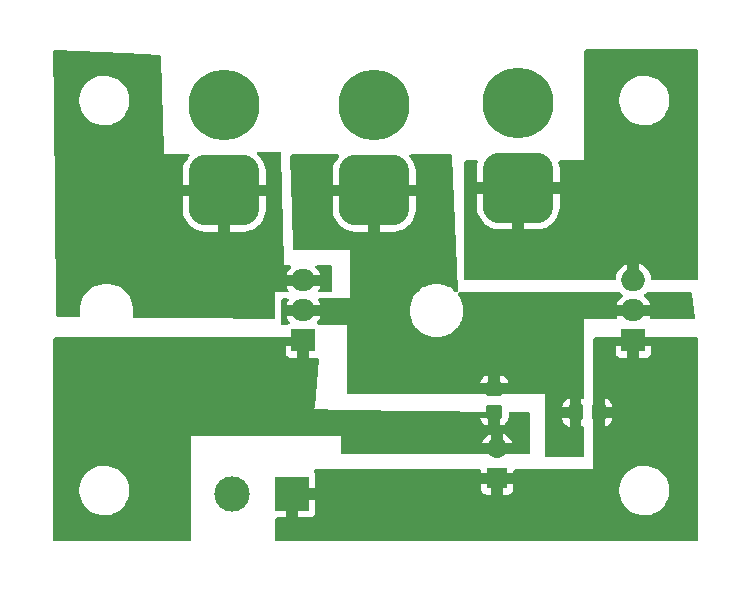
<source format=gtl>
G04 #@! TF.GenerationSoftware,KiCad,Pcbnew,6.0.9-8da3e8f707~116~ubuntu22.04.1*
G04 #@! TF.CreationDate,2022-12-04T14:58:13+01:00*
G04 #@! TF.ProjectId,24V_board,3234565f-626f-4617-9264-2e6b69636164,rev?*
G04 #@! TF.SameCoordinates,Original*
G04 #@! TF.FileFunction,Copper,L1,Top*
G04 #@! TF.FilePolarity,Positive*
%FSLAX46Y46*%
G04 Gerber Fmt 4.6, Leading zero omitted, Abs format (unit mm)*
G04 Created by KiCad (PCBNEW 6.0.9-8da3e8f707~116~ubuntu22.04.1) date 2022-12-04 14:58:13*
%MOMM*%
%LPD*%
G01*
G04 APERTURE LIST*
G04 Aperture macros list*
%AMRoundRect*
0 Rectangle with rounded corners*
0 $1 Rounding radius*
0 $2 $3 $4 $5 $6 $7 $8 $9 X,Y pos of 4 corners*
0 Add a 4 corners polygon primitive as box body*
4,1,4,$2,$3,$4,$5,$6,$7,$8,$9,$2,$3,0*
0 Add four circle primitives for the rounded corners*
1,1,$1+$1,$2,$3*
1,1,$1+$1,$4,$5*
1,1,$1+$1,$6,$7*
1,1,$1+$1,$8,$9*
0 Add four rect primitives between the rounded corners*
20,1,$1+$1,$2,$3,$4,$5,0*
20,1,$1+$1,$4,$5,$6,$7,0*
20,1,$1+$1,$6,$7,$8,$9,0*
20,1,$1+$1,$8,$9,$2,$3,0*%
G04 Aperture macros list end*
G04 #@! TA.AperFunction,ComponentPad*
%ADD10R,2.000000X1.905000*%
G04 #@! TD*
G04 #@! TA.AperFunction,ComponentPad*
%ADD11O,2.000000X1.905000*%
G04 #@! TD*
G04 #@! TA.AperFunction,ComponentPad*
%ADD12RoundRect,1.500000X1.500000X-1.500000X1.500000X1.500000X-1.500000X1.500000X-1.500000X-1.500000X0*%
G04 #@! TD*
G04 #@! TA.AperFunction,ComponentPad*
%ADD13C,6.000000*%
G04 #@! TD*
G04 #@! TA.AperFunction,SMDPad,CuDef*
%ADD14RoundRect,0.250000X0.450000X-0.350000X0.450000X0.350000X-0.450000X0.350000X-0.450000X-0.350000X0*%
G04 #@! TD*
G04 #@! TA.AperFunction,ComponentPad*
%ADD15R,3.000000X3.000000*%
G04 #@! TD*
G04 #@! TA.AperFunction,ComponentPad*
%ADD16C,3.000000*%
G04 #@! TD*
G04 #@! TA.AperFunction,ComponentPad*
%ADD17R,1.700000X1.700000*%
G04 #@! TD*
G04 #@! TA.AperFunction,ComponentPad*
%ADD18O,1.700000X1.700000*%
G04 #@! TD*
G04 #@! TA.AperFunction,SMDPad,CuDef*
%ADD19RoundRect,0.250000X-0.350000X-0.450000X0.350000X-0.450000X0.350000X0.450000X-0.350000X0.450000X0*%
G04 #@! TD*
G04 APERTURE END LIST*
D10*
X184490000Y-50800000D03*
D11*
X184490000Y-48260000D03*
X184490000Y-45720000D03*
D12*
X174752000Y-37890000D03*
D13*
X174752000Y-30690000D03*
D12*
X162560000Y-38100000D03*
D13*
X162560000Y-30900000D03*
D14*
X172720000Y-56880000D03*
X172720000Y-54880000D03*
D10*
X156550000Y-50800000D03*
D11*
X156550000Y-48260000D03*
X156550000Y-45720000D03*
D15*
X155566324Y-63775251D03*
D16*
X150486324Y-63775251D03*
D17*
X172974000Y-62484000D03*
D18*
X172974000Y-59944000D03*
D19*
X179594000Y-56896000D03*
X181594000Y-56896000D03*
D12*
X149860000Y-38100000D03*
D13*
X149860000Y-30900000D03*
G04 #@! TA.AperFunction,Conductor*
G36*
X141445864Y-26498881D02*
G01*
X144410549Y-26663586D01*
X144477456Y-26687336D01*
X144520901Y-26743488D01*
X144529502Y-26785576D01*
X144774543Y-34871924D01*
X144780000Y-35052000D01*
X144793391Y-35051657D01*
X144793393Y-35051657D01*
X146810616Y-34999933D01*
X146879227Y-35018183D01*
X146927080Y-35070629D01*
X146938982Y-35140621D01*
X146908939Y-35208556D01*
X146755314Y-35385281D01*
X146750024Y-35392300D01*
X146601876Y-35620428D01*
X146597613Y-35628118D01*
X146482655Y-35874647D01*
X146479504Y-35882857D01*
X146399978Y-36142977D01*
X146397999Y-36151547D01*
X146355315Y-36421044D01*
X146354601Y-36428128D01*
X146352060Y-36486331D01*
X146352000Y-36489083D01*
X146352000Y-37581885D01*
X146356475Y-37597124D01*
X146357865Y-37598329D01*
X146365548Y-37600000D01*
X153349884Y-37600000D01*
X153365123Y-37595525D01*
X153366328Y-37594135D01*
X153367999Y-37586452D01*
X153367999Y-36489086D01*
X153367939Y-36486328D01*
X153365399Y-36428145D01*
X153364683Y-36421028D01*
X153322001Y-36151547D01*
X153320022Y-36142977D01*
X153240496Y-35882857D01*
X153237345Y-35874647D01*
X153122387Y-35628118D01*
X153118124Y-35620428D01*
X152969976Y-35392300D01*
X152964686Y-35385281D01*
X152786217Y-35179976D01*
X152780024Y-35173783D01*
X152659460Y-35068978D01*
X152621172Y-35009191D01*
X152621284Y-34938195D01*
X152659763Y-34878530D01*
X152724390Y-34849139D01*
X152738894Y-34847926D01*
X154560126Y-34801228D01*
X154628737Y-34819478D01*
X154676590Y-34871924D01*
X154689312Y-34923872D01*
X154939523Y-44431888D01*
X154940000Y-44450000D01*
X155402314Y-44450000D01*
X155470435Y-44470002D01*
X155516928Y-44523658D01*
X155527032Y-44593932D01*
X155497538Y-44658512D01*
X155487113Y-44669194D01*
X155434519Y-44717050D01*
X155427494Y-44724583D01*
X155285055Y-44904944D01*
X155279350Y-44913531D01*
X155168284Y-45114725D01*
X155164056Y-45124134D01*
X155136155Y-45202924D01*
X155135383Y-45217004D01*
X155141095Y-45220000D01*
X157952575Y-45220000D01*
X157966106Y-45216027D01*
X157967110Y-45209045D01*
X157950102Y-45157012D01*
X157946105Y-45147503D01*
X157839989Y-44943656D01*
X157834495Y-44934931D01*
X157696507Y-44751148D01*
X157689664Y-44743441D01*
X157609771Y-44667094D01*
X157574341Y-44605570D01*
X157577798Y-44534658D01*
X157619044Y-44476871D01*
X157684984Y-44450557D01*
X157696822Y-44450000D01*
X158878000Y-44450000D01*
X158946121Y-44470002D01*
X158992614Y-44523658D01*
X159004000Y-44576000D01*
X159004000Y-46610000D01*
X158983998Y-46678121D01*
X158930342Y-46724614D01*
X158878000Y-46736000D01*
X157916313Y-46736000D01*
X157848192Y-46715998D01*
X157801699Y-46662342D01*
X157791595Y-46592068D01*
X157813758Y-46540477D01*
X157812083Y-46539364D01*
X157820650Y-46526469D01*
X157931716Y-46325275D01*
X157935944Y-46315866D01*
X157963845Y-46237076D01*
X157964617Y-46222996D01*
X157958905Y-46220000D01*
X155147425Y-46220000D01*
X155133894Y-46223973D01*
X155132890Y-46230955D01*
X155149898Y-46282988D01*
X155153895Y-46292497D01*
X155260011Y-46496344D01*
X155265505Y-46505069D01*
X155287488Y-46534347D01*
X155312394Y-46600832D01*
X155297402Y-46670227D01*
X155247271Y-46720501D01*
X155186728Y-46736000D01*
X154178000Y-46736000D01*
X154178000Y-48894262D01*
X154157998Y-48962383D01*
X154104342Y-49008876D01*
X154050274Y-49020250D01*
X147128483Y-48925431D01*
X142225546Y-48858268D01*
X142157707Y-48837335D01*
X142111953Y-48783047D01*
X142103694Y-48707698D01*
X142133180Y-48559465D01*
X142133181Y-48559459D01*
X142133983Y-48555426D01*
X142146644Y-48362263D01*
X142153076Y-48264119D01*
X142153346Y-48260000D01*
X142151992Y-48239340D01*
X142134253Y-47968686D01*
X142134252Y-47968679D01*
X142133983Y-47964574D01*
X142076224Y-47674203D01*
X142071081Y-47659050D01*
X141982385Y-47397761D01*
X141982384Y-47397760D01*
X141981059Y-47393855D01*
X141850115Y-47128327D01*
X141685633Y-46882162D01*
X141682919Y-46879068D01*
X141682915Y-46879062D01*
X141493136Y-46662662D01*
X141490427Y-46659573D01*
X141354625Y-46540477D01*
X141270938Y-46467085D01*
X141270932Y-46467081D01*
X141267838Y-46464367D01*
X141264412Y-46462078D01*
X141264407Y-46462074D01*
X141025106Y-46302179D01*
X141021673Y-46299885D01*
X141017974Y-46298061D01*
X141017969Y-46298058D01*
X140859682Y-46220000D01*
X140756145Y-46168941D01*
X140752239Y-46167615D01*
X140479710Y-46075104D01*
X140479706Y-46075103D01*
X140475797Y-46073776D01*
X140471753Y-46072972D01*
X140471747Y-46072970D01*
X140189465Y-46016820D01*
X140189459Y-46016819D01*
X140185426Y-46016017D01*
X140181321Y-46015748D01*
X140181314Y-46015747D01*
X139894119Y-45996924D01*
X139890000Y-45996654D01*
X139885881Y-45996924D01*
X139598686Y-46015747D01*
X139598679Y-46015748D01*
X139594574Y-46016017D01*
X139590541Y-46016819D01*
X139590535Y-46016820D01*
X139308253Y-46072970D01*
X139308247Y-46072972D01*
X139304203Y-46073776D01*
X139300294Y-46075103D01*
X139300290Y-46075104D01*
X139027761Y-46167615D01*
X139023855Y-46168941D01*
X138920318Y-46220000D01*
X138762031Y-46298058D01*
X138762026Y-46298061D01*
X138758327Y-46299885D01*
X138754894Y-46302179D01*
X138515593Y-46462074D01*
X138515588Y-46462078D01*
X138512162Y-46464367D01*
X138509068Y-46467081D01*
X138509062Y-46467085D01*
X138425375Y-46540477D01*
X138289573Y-46659573D01*
X138286864Y-46662662D01*
X138097085Y-46879062D01*
X138097081Y-46879068D01*
X138094367Y-46882162D01*
X137929885Y-47128327D01*
X137798941Y-47393855D01*
X137797616Y-47397760D01*
X137797615Y-47397761D01*
X137708920Y-47659050D01*
X137703776Y-47674203D01*
X137646017Y-47964574D01*
X137645748Y-47968679D01*
X137645747Y-47968686D01*
X137628008Y-48239340D01*
X137626654Y-48260000D01*
X137626924Y-48264119D01*
X137633357Y-48362263D01*
X137646017Y-48555426D01*
X137646819Y-48559459D01*
X137646820Y-48559465D01*
X137663534Y-48643488D01*
X137657206Y-48714202D01*
X137613652Y-48770270D01*
X137546700Y-48793889D01*
X137538231Y-48794058D01*
X137251238Y-48790127D01*
X135758885Y-48769683D01*
X135691045Y-48748750D01*
X135645291Y-48694462D01*
X135634619Y-48645111D01*
X135626927Y-47960535D01*
X135534235Y-39710915D01*
X146352001Y-39710915D01*
X146352061Y-39713672D01*
X146354601Y-39771855D01*
X146355317Y-39778972D01*
X146397999Y-40048453D01*
X146399978Y-40057023D01*
X146479504Y-40317143D01*
X146482655Y-40325353D01*
X146597613Y-40571882D01*
X146601876Y-40579572D01*
X146750024Y-40807700D01*
X146755314Y-40814719D01*
X146933783Y-41020024D01*
X146939976Y-41026217D01*
X147145281Y-41204686D01*
X147152300Y-41209976D01*
X147380428Y-41358124D01*
X147388118Y-41362387D01*
X147634647Y-41477345D01*
X147642857Y-41480496D01*
X147902977Y-41560022D01*
X147911547Y-41562001D01*
X148181044Y-41604685D01*
X148188128Y-41605399D01*
X148246331Y-41607940D01*
X148249083Y-41608000D01*
X149341885Y-41608000D01*
X149357124Y-41603525D01*
X149358329Y-41602135D01*
X149360000Y-41594452D01*
X149360000Y-41589884D01*
X150360000Y-41589884D01*
X150364475Y-41605123D01*
X150365865Y-41606328D01*
X150373548Y-41607999D01*
X151470915Y-41607999D01*
X151473672Y-41607939D01*
X151531855Y-41605399D01*
X151538972Y-41604683D01*
X151808453Y-41562001D01*
X151817023Y-41560022D01*
X152077143Y-41480496D01*
X152085353Y-41477345D01*
X152331882Y-41362387D01*
X152339572Y-41358124D01*
X152567700Y-41209976D01*
X152574719Y-41204686D01*
X152780024Y-41026217D01*
X152786217Y-41020024D01*
X152964686Y-40814719D01*
X152969976Y-40807700D01*
X153118124Y-40579572D01*
X153122387Y-40571882D01*
X153237345Y-40325353D01*
X153240496Y-40317143D01*
X153320022Y-40057023D01*
X153322001Y-40048453D01*
X153364685Y-39778956D01*
X153365399Y-39771872D01*
X153367940Y-39713669D01*
X153368000Y-39710917D01*
X153368000Y-38618115D01*
X153363525Y-38602876D01*
X153362135Y-38601671D01*
X153354452Y-38600000D01*
X150378115Y-38600000D01*
X150362876Y-38604475D01*
X150361671Y-38605865D01*
X150360000Y-38613548D01*
X150360000Y-41589884D01*
X149360000Y-41589884D01*
X149360000Y-38618115D01*
X149355525Y-38602876D01*
X149354135Y-38601671D01*
X149346452Y-38600000D01*
X146370116Y-38600000D01*
X146354877Y-38604475D01*
X146353672Y-38605865D01*
X146352001Y-38613548D01*
X146352001Y-39710915D01*
X135534235Y-39710915D01*
X135432008Y-30612703D01*
X137590743Y-30612703D01*
X137628268Y-30897734D01*
X137704129Y-31175036D01*
X137816923Y-31439476D01*
X137964561Y-31686161D01*
X138144313Y-31910528D01*
X138352851Y-32108423D01*
X138586317Y-32276186D01*
X138590112Y-32278195D01*
X138590113Y-32278196D01*
X138611869Y-32289715D01*
X138840392Y-32410712D01*
X139110373Y-32509511D01*
X139391264Y-32570755D01*
X139419841Y-32573004D01*
X139614282Y-32588307D01*
X139614291Y-32588307D01*
X139616739Y-32588500D01*
X139772271Y-32588500D01*
X139774407Y-32588354D01*
X139774418Y-32588354D01*
X139982548Y-32574165D01*
X139982554Y-32574164D01*
X139986825Y-32573873D01*
X139991020Y-32573004D01*
X139991022Y-32573004D01*
X140127583Y-32544724D01*
X140268342Y-32515574D01*
X140539343Y-32419607D01*
X140794812Y-32287750D01*
X140798313Y-32285289D01*
X140798317Y-32285287D01*
X140912418Y-32205095D01*
X141030023Y-32122441D01*
X141240622Y-31926740D01*
X141422713Y-31704268D01*
X141572927Y-31459142D01*
X141688483Y-31195898D01*
X141767244Y-30919406D01*
X141807751Y-30634784D01*
X141807845Y-30616951D01*
X141809235Y-30351583D01*
X141809235Y-30351576D01*
X141809257Y-30347297D01*
X141771732Y-30062266D01*
X141695871Y-29784964D01*
X141583077Y-29520524D01*
X141435439Y-29273839D01*
X141255687Y-29049472D01*
X141047149Y-28851577D01*
X140813683Y-28683814D01*
X140791843Y-28672250D01*
X140768654Y-28659972D01*
X140559608Y-28549288D01*
X140289627Y-28450489D01*
X140008736Y-28389245D01*
X139977685Y-28386801D01*
X139785718Y-28371693D01*
X139785709Y-28371693D01*
X139783261Y-28371500D01*
X139627729Y-28371500D01*
X139625593Y-28371646D01*
X139625582Y-28371646D01*
X139417452Y-28385835D01*
X139417446Y-28385836D01*
X139413175Y-28386127D01*
X139408980Y-28386996D01*
X139408978Y-28386996D01*
X139272416Y-28415277D01*
X139131658Y-28444426D01*
X138860657Y-28540393D01*
X138605188Y-28672250D01*
X138601687Y-28674711D01*
X138601683Y-28674713D01*
X138591594Y-28681804D01*
X138369977Y-28837559D01*
X138159378Y-29033260D01*
X137977287Y-29255732D01*
X137827073Y-29500858D01*
X137711517Y-29764102D01*
X137632756Y-30040594D01*
X137592249Y-30325216D01*
X137592227Y-30329505D01*
X137592226Y-30329512D01*
X137590765Y-30608417D01*
X137590743Y-30612703D01*
X135432008Y-30612703D01*
X135383513Y-26296693D01*
X135402748Y-26228352D01*
X135455878Y-26181260D01*
X135516494Y-26169472D01*
X141445864Y-26498881D01*
G37*
G04 #@! TD.AperFunction*
G04 #@! TA.AperFunction,Conductor*
G36*
X159536670Y-35072002D02*
G01*
X159583163Y-35125658D01*
X159593267Y-35195932D01*
X159563642Y-35260664D01*
X159455314Y-35385281D01*
X159450024Y-35392300D01*
X159301876Y-35620428D01*
X159297613Y-35628118D01*
X159182655Y-35874647D01*
X159179504Y-35882857D01*
X159099978Y-36142977D01*
X159097999Y-36151547D01*
X159055315Y-36421044D01*
X159054601Y-36428128D01*
X159052060Y-36486331D01*
X159052000Y-36489083D01*
X159052000Y-37581885D01*
X159056475Y-37597124D01*
X159057865Y-37598329D01*
X159065548Y-37600000D01*
X166049884Y-37600000D01*
X166065123Y-37595525D01*
X166066328Y-37594135D01*
X166067999Y-37586452D01*
X166067999Y-36489086D01*
X166067939Y-36486328D01*
X166065399Y-36428145D01*
X166064683Y-36421028D01*
X166022001Y-36151547D01*
X166020022Y-36142977D01*
X165940496Y-35882857D01*
X165937345Y-35874647D01*
X165822387Y-35628118D01*
X165818124Y-35620428D01*
X165669976Y-35392300D01*
X165664686Y-35385281D01*
X165556358Y-35260664D01*
X165526762Y-35196130D01*
X165536754Y-35125840D01*
X165583162Y-35072110D01*
X165651451Y-35052000D01*
X169043359Y-35052000D01*
X169111480Y-35072002D01*
X169157973Y-35125658D01*
X169169240Y-35172527D01*
X169665546Y-46587563D01*
X169648522Y-46656488D01*
X169596936Y-46705268D01*
X169527168Y-46718415D01*
X169461367Y-46691755D01*
X169444933Y-46676113D01*
X169433143Y-46662669D01*
X169433136Y-46662662D01*
X169430427Y-46659573D01*
X169249838Y-46501200D01*
X169210938Y-46467085D01*
X169210932Y-46467081D01*
X169207838Y-46464367D01*
X169204412Y-46462078D01*
X169204407Y-46462074D01*
X168965106Y-46302179D01*
X168961673Y-46299885D01*
X168957974Y-46298061D01*
X168957969Y-46298058D01*
X168821687Y-46230852D01*
X168696145Y-46168941D01*
X168692239Y-46167615D01*
X168419710Y-46075104D01*
X168419706Y-46075103D01*
X168415797Y-46073776D01*
X168411753Y-46072972D01*
X168411747Y-46072970D01*
X168129465Y-46016820D01*
X168129459Y-46016819D01*
X168125426Y-46016017D01*
X168121321Y-46015748D01*
X168121314Y-46015747D01*
X167834119Y-45996924D01*
X167830000Y-45996654D01*
X167825881Y-45996924D01*
X167538686Y-46015747D01*
X167538679Y-46015748D01*
X167534574Y-46016017D01*
X167530541Y-46016819D01*
X167530535Y-46016820D01*
X167248253Y-46072970D01*
X167248247Y-46072972D01*
X167244203Y-46073776D01*
X167240294Y-46075103D01*
X167240290Y-46075104D01*
X166967761Y-46167615D01*
X166963855Y-46168941D01*
X166838313Y-46230852D01*
X166702031Y-46298058D01*
X166702026Y-46298061D01*
X166698327Y-46299885D01*
X166694894Y-46302179D01*
X166455593Y-46462074D01*
X166455588Y-46462078D01*
X166452162Y-46464367D01*
X166449068Y-46467081D01*
X166449062Y-46467085D01*
X166410162Y-46501200D01*
X166229573Y-46659573D01*
X166226864Y-46662662D01*
X166037085Y-46879062D01*
X166037081Y-46879068D01*
X166034367Y-46882162D01*
X165869885Y-47128327D01*
X165868061Y-47132026D01*
X165868058Y-47132031D01*
X165812841Y-47244000D01*
X165738941Y-47393855D01*
X165643776Y-47674203D01*
X165642972Y-47678247D01*
X165642970Y-47678253D01*
X165626710Y-47760000D01*
X165586017Y-47964574D01*
X165566654Y-48260000D01*
X165586017Y-48555426D01*
X165586819Y-48559459D01*
X165586820Y-48559465D01*
X165630106Y-48777076D01*
X165643776Y-48845797D01*
X165645103Y-48849706D01*
X165645104Y-48849710D01*
X165708458Y-49036344D01*
X165738941Y-49126145D01*
X165740765Y-49129843D01*
X165865240Y-49382253D01*
X165869885Y-49391673D01*
X165872179Y-49395106D01*
X166009616Y-49600795D01*
X166034367Y-49637838D01*
X166037081Y-49640932D01*
X166037085Y-49640938D01*
X166121491Y-49737184D01*
X166229573Y-49860427D01*
X166232662Y-49863136D01*
X166449062Y-50052915D01*
X166449068Y-50052919D01*
X166452162Y-50055633D01*
X166455588Y-50057922D01*
X166455593Y-50057926D01*
X166639405Y-50180744D01*
X166698327Y-50220115D01*
X166702026Y-50221939D01*
X166702031Y-50221942D01*
X166838313Y-50289148D01*
X166963855Y-50351059D01*
X166967760Y-50352384D01*
X166967761Y-50352385D01*
X167240290Y-50444896D01*
X167240294Y-50444897D01*
X167244203Y-50446224D01*
X167248247Y-50447028D01*
X167248253Y-50447030D01*
X167530535Y-50503180D01*
X167530541Y-50503181D01*
X167534574Y-50503983D01*
X167538679Y-50504252D01*
X167538686Y-50504253D01*
X167825881Y-50523076D01*
X167830000Y-50523346D01*
X167834119Y-50523076D01*
X168121314Y-50504253D01*
X168121321Y-50504252D01*
X168125426Y-50503983D01*
X168129459Y-50503181D01*
X168129465Y-50503180D01*
X168411747Y-50447030D01*
X168411753Y-50447028D01*
X168415797Y-50446224D01*
X168419706Y-50444897D01*
X168419710Y-50444896D01*
X168692239Y-50352385D01*
X168692240Y-50352384D01*
X168696145Y-50351059D01*
X168821687Y-50289148D01*
X168957969Y-50221942D01*
X168957974Y-50221939D01*
X168961673Y-50220115D01*
X169020595Y-50180744D01*
X169204407Y-50057926D01*
X169204412Y-50057922D01*
X169207838Y-50055633D01*
X169210932Y-50052919D01*
X169210938Y-50052915D01*
X169427338Y-49863136D01*
X169430427Y-49860427D01*
X169538509Y-49737184D01*
X169622915Y-49640938D01*
X169622919Y-49640932D01*
X169625633Y-49637838D01*
X169650385Y-49600795D01*
X169787821Y-49395106D01*
X169790115Y-49391673D01*
X169794761Y-49382253D01*
X169919235Y-49129843D01*
X169921059Y-49126145D01*
X169951542Y-49036344D01*
X170014896Y-48849710D01*
X170014897Y-48849706D01*
X170016224Y-48845797D01*
X170029894Y-48777076D01*
X170073180Y-48559465D01*
X170073181Y-48559459D01*
X170073983Y-48555426D01*
X170093346Y-48260000D01*
X170073983Y-47964574D01*
X170033291Y-47760000D01*
X170017030Y-47678253D01*
X170017028Y-47678247D01*
X170016224Y-47674203D01*
X169921059Y-47393855D01*
X169847159Y-47244000D01*
X169791942Y-47132031D01*
X169791939Y-47132026D01*
X169790115Y-47128327D01*
X169658935Y-46932002D01*
X169637720Y-46864249D01*
X169656503Y-46795782D01*
X169709320Y-46748339D01*
X169763700Y-46736000D01*
X183340361Y-46736000D01*
X183408482Y-46756002D01*
X183427412Y-46770906D01*
X183519912Y-46859301D01*
X183557351Y-46884840D01*
X183602352Y-46939751D01*
X183610523Y-47010275D01*
X183579269Y-47074022D01*
X183554790Y-47094716D01*
X183552674Y-47096085D01*
X183544502Y-47102378D01*
X183374520Y-47257050D01*
X183367494Y-47264583D01*
X183225055Y-47444944D01*
X183219350Y-47453531D01*
X183108284Y-47654725D01*
X183104056Y-47664134D01*
X183076155Y-47742924D01*
X183075383Y-47757004D01*
X183081095Y-47760000D01*
X185892575Y-47760000D01*
X185906106Y-47756027D01*
X185907110Y-47749045D01*
X185890102Y-47697012D01*
X185886105Y-47687503D01*
X185779989Y-47483656D01*
X185774495Y-47474931D01*
X185636507Y-47291148D01*
X185629664Y-47283441D01*
X185463509Y-47124661D01*
X185455502Y-47118177D01*
X185422644Y-47095763D01*
X185377641Y-47040852D01*
X185369468Y-46970328D01*
X185400722Y-46906580D01*
X185425204Y-46885884D01*
X185427631Y-46884314D01*
X185427635Y-46884311D01*
X185431977Y-46881502D01*
X185450938Y-46864249D01*
X185555829Y-46768806D01*
X185619675Y-46737754D01*
X185640628Y-46736000D01*
X189371225Y-46736000D01*
X189439346Y-46756002D01*
X189485839Y-46809658D01*
X189496454Y-46848086D01*
X189722454Y-48882086D01*
X189710097Y-48951999D01*
X189661904Y-49004132D01*
X189597225Y-49022000D01*
X185995399Y-49022000D01*
X185927278Y-49001998D01*
X185880785Y-48948342D01*
X185870681Y-48878068D01*
X185876626Y-48853941D01*
X185903845Y-48777076D01*
X185904617Y-48762996D01*
X185898905Y-48760000D01*
X183087425Y-48760000D01*
X183073894Y-48763973D01*
X183072890Y-48770955D01*
X183089898Y-48822988D01*
X183093893Y-48832492D01*
X183096666Y-48837819D01*
X183110379Y-48907478D01*
X183084254Y-48973494D01*
X183026586Y-49014905D01*
X182984903Y-49022000D01*
X180340000Y-49022000D01*
X180340000Y-55604170D01*
X180319998Y-55672291D01*
X180266342Y-55718784D01*
X180196068Y-55728888D01*
X180174332Y-55723763D01*
X180106146Y-55701146D01*
X180097325Y-55702782D01*
X180094000Y-55715021D01*
X180094000Y-58075546D01*
X180098204Y-58089864D01*
X180105577Y-58091072D01*
X180106602Y-58090851D01*
X180174125Y-58068324D01*
X180245074Y-58065740D01*
X180306158Y-58101924D01*
X180337982Y-58165389D01*
X180340000Y-58187848D01*
X180340000Y-60580000D01*
X180319998Y-60648121D01*
X180266342Y-60694614D01*
X180214000Y-60706000D01*
X177164000Y-60706000D01*
X177095879Y-60685998D01*
X177049386Y-60632342D01*
X177038000Y-60580000D01*
X177038000Y-57405290D01*
X178486927Y-57405290D01*
X178496257Y-57495206D01*
X178499149Y-57508600D01*
X178550588Y-57662784D01*
X178556761Y-57675962D01*
X178642063Y-57813807D01*
X178651099Y-57825208D01*
X178765829Y-57939739D01*
X178777240Y-57948751D01*
X178915243Y-58033816D01*
X178928424Y-58039963D01*
X179081854Y-58090854D01*
X179090675Y-58089218D01*
X179094000Y-58076979D01*
X179094000Y-57414115D01*
X179089525Y-57398876D01*
X179088135Y-57397671D01*
X179080452Y-57396000D01*
X178504116Y-57396000D01*
X178488877Y-57400475D01*
X178487672Y-57401865D01*
X178486927Y-57405290D01*
X177038000Y-57405290D01*
X177038000Y-56382477D01*
X178487348Y-56382477D01*
X178490475Y-56393124D01*
X178491865Y-56394329D01*
X178499548Y-56396000D01*
X179075885Y-56396000D01*
X179091124Y-56391525D01*
X179092329Y-56390135D01*
X179094000Y-56382452D01*
X179094000Y-55716454D01*
X179089796Y-55702136D01*
X179082423Y-55700928D01*
X179081401Y-55701148D01*
X178927216Y-55752588D01*
X178914038Y-55758761D01*
X178776193Y-55844063D01*
X178764792Y-55853099D01*
X178650261Y-55967829D01*
X178641249Y-55979240D01*
X178556184Y-56117243D01*
X178550037Y-56130424D01*
X178498862Y-56284710D01*
X178495995Y-56298086D01*
X178487348Y-56382477D01*
X177038000Y-56382477D01*
X177038000Y-55372000D01*
X160400000Y-55372000D01*
X160331879Y-55351998D01*
X160285386Y-55298342D01*
X160274000Y-55246000D01*
X160274000Y-54367854D01*
X171525146Y-54367854D01*
X171526782Y-54376675D01*
X171539021Y-54380000D01*
X172201885Y-54380000D01*
X172217124Y-54375525D01*
X172218329Y-54374135D01*
X172220000Y-54366452D01*
X172220000Y-54361885D01*
X173220000Y-54361885D01*
X173224475Y-54377124D01*
X173225865Y-54378329D01*
X173233548Y-54380000D01*
X173899546Y-54380000D01*
X173913864Y-54375796D01*
X173915072Y-54368423D01*
X173914852Y-54367401D01*
X173863412Y-54213216D01*
X173857239Y-54200038D01*
X173771937Y-54062193D01*
X173762901Y-54050792D01*
X173648171Y-53936261D01*
X173636760Y-53927249D01*
X173498757Y-53842184D01*
X173485576Y-53836037D01*
X173331290Y-53784862D01*
X173317914Y-53781995D01*
X173233523Y-53773348D01*
X173222876Y-53776475D01*
X173221671Y-53777865D01*
X173220000Y-53785548D01*
X173220000Y-54361885D01*
X172220000Y-54361885D01*
X172220000Y-53790116D01*
X172215525Y-53774877D01*
X172214135Y-53773672D01*
X172210710Y-53772927D01*
X172120794Y-53782257D01*
X172107400Y-53785149D01*
X171953216Y-53836588D01*
X171940038Y-53842761D01*
X171802193Y-53928063D01*
X171790792Y-53937099D01*
X171676261Y-54051829D01*
X171667249Y-54063240D01*
X171582184Y-54201243D01*
X171576037Y-54214424D01*
X171525146Y-54367854D01*
X160274000Y-54367854D01*
X160274000Y-49530000D01*
X158009413Y-49530000D01*
X157941292Y-49509998D01*
X157920318Y-49493095D01*
X157918642Y-49491419D01*
X157913261Y-49484239D01*
X157796705Y-49396885D01*
X157776317Y-49389242D01*
X157719553Y-49346599D01*
X157694854Y-49280038D01*
X157710062Y-49210689D01*
X157721666Y-49193168D01*
X157814945Y-49075056D01*
X157820650Y-49066469D01*
X157931716Y-48865275D01*
X157935944Y-48855866D01*
X157963845Y-48777076D01*
X157964617Y-48762996D01*
X157958905Y-48760000D01*
X155147425Y-48760000D01*
X155133894Y-48763973D01*
X155132890Y-48770955D01*
X155149898Y-48822988D01*
X155153895Y-48832497D01*
X155260011Y-49036344D01*
X155265500Y-49045061D01*
X155378902Y-49196099D01*
X155403807Y-49262584D01*
X155388814Y-49331980D01*
X155338684Y-49382253D01*
X155322375Y-49389732D01*
X155303295Y-49396885D01*
X155186739Y-49484239D01*
X155181358Y-49491419D01*
X155179682Y-49493095D01*
X155117370Y-49527121D01*
X155090587Y-49530000D01*
X154812000Y-49530000D01*
X154743879Y-49509998D01*
X154697386Y-49456342D01*
X154686000Y-49404000D01*
X154686000Y-47370000D01*
X154706002Y-47301879D01*
X154759658Y-47255386D01*
X154812000Y-47244000D01*
X155183687Y-47244000D01*
X155251808Y-47264002D01*
X155298301Y-47317658D01*
X155308405Y-47387932D01*
X155286242Y-47439523D01*
X155287917Y-47440636D01*
X155279350Y-47453531D01*
X155168284Y-47654725D01*
X155164056Y-47664134D01*
X155136155Y-47742924D01*
X155135383Y-47757004D01*
X155141095Y-47760000D01*
X157952575Y-47760000D01*
X157966106Y-47756027D01*
X157967110Y-47749045D01*
X157950102Y-47697012D01*
X157946105Y-47687503D01*
X157839989Y-47483656D01*
X157834495Y-47474931D01*
X157812512Y-47445653D01*
X157787606Y-47379168D01*
X157802598Y-47309773D01*
X157852729Y-47259499D01*
X157913272Y-47244000D01*
X160528000Y-47244000D01*
X160528000Y-43180000D01*
X155824124Y-43180000D01*
X155756003Y-43159998D01*
X155709510Y-43106342D01*
X155698185Y-43057936D01*
X155593591Y-39710915D01*
X159052001Y-39710915D01*
X159052061Y-39713672D01*
X159054601Y-39771855D01*
X159055317Y-39778972D01*
X159097999Y-40048453D01*
X159099978Y-40057023D01*
X159179504Y-40317143D01*
X159182655Y-40325353D01*
X159297613Y-40571882D01*
X159301876Y-40579572D01*
X159450024Y-40807700D01*
X159455314Y-40814719D01*
X159633783Y-41020024D01*
X159639976Y-41026217D01*
X159845281Y-41204686D01*
X159852300Y-41209976D01*
X160080428Y-41358124D01*
X160088118Y-41362387D01*
X160334647Y-41477345D01*
X160342857Y-41480496D01*
X160602977Y-41560022D01*
X160611547Y-41562001D01*
X160881044Y-41604685D01*
X160888128Y-41605399D01*
X160946331Y-41607940D01*
X160949083Y-41608000D01*
X162041885Y-41608000D01*
X162057124Y-41603525D01*
X162058329Y-41602135D01*
X162060000Y-41594452D01*
X162060000Y-41589884D01*
X163060000Y-41589884D01*
X163064475Y-41605123D01*
X163065865Y-41606328D01*
X163073548Y-41607999D01*
X164170915Y-41607999D01*
X164173672Y-41607939D01*
X164231855Y-41605399D01*
X164238972Y-41604683D01*
X164508453Y-41562001D01*
X164517023Y-41560022D01*
X164777143Y-41480496D01*
X164785353Y-41477345D01*
X165031882Y-41362387D01*
X165039572Y-41358124D01*
X165267700Y-41209976D01*
X165274719Y-41204686D01*
X165480024Y-41026217D01*
X165486217Y-41020024D01*
X165664686Y-40814719D01*
X165669976Y-40807700D01*
X165818124Y-40579572D01*
X165822387Y-40571882D01*
X165937345Y-40325353D01*
X165940496Y-40317143D01*
X166020022Y-40057023D01*
X166022001Y-40048453D01*
X166064685Y-39778956D01*
X166065399Y-39771872D01*
X166067940Y-39713669D01*
X166068000Y-39710917D01*
X166068000Y-38618115D01*
X166063525Y-38602876D01*
X166062135Y-38601671D01*
X166054452Y-38600000D01*
X163078115Y-38600000D01*
X163062876Y-38604475D01*
X163061671Y-38605865D01*
X163060000Y-38613548D01*
X163060000Y-41589884D01*
X162060000Y-41589884D01*
X162060000Y-38618115D01*
X162055525Y-38602876D01*
X162054135Y-38601671D01*
X162046452Y-38600000D01*
X159070116Y-38600000D01*
X159054877Y-38604475D01*
X159053672Y-38605865D01*
X159052001Y-38613548D01*
X159052001Y-39710915D01*
X155593591Y-39710915D01*
X155452060Y-35181934D01*
X155469925Y-35113223D01*
X155522102Y-35065077D01*
X155577999Y-35052000D01*
X159468549Y-35052000D01*
X159536670Y-35072002D01*
G37*
G04 #@! TD.AperFunction*
G04 #@! TA.AperFunction,Conductor*
G36*
X189933621Y-50566002D02*
G01*
X189980114Y-50619658D01*
X189991500Y-50672000D01*
X189991500Y-67691500D01*
X189971498Y-67759621D01*
X189917842Y-67806114D01*
X189865500Y-67817500D01*
X154304000Y-67817500D01*
X154235879Y-67797498D01*
X154189386Y-67743842D01*
X154178000Y-67691500D01*
X154178000Y-65909251D01*
X154198002Y-65841130D01*
X154251658Y-65794637D01*
X154304000Y-65783251D01*
X155048209Y-65783251D01*
X155063448Y-65778776D01*
X155064653Y-65777386D01*
X155066324Y-65769703D01*
X155066324Y-65765135D01*
X156066324Y-65765135D01*
X156070799Y-65780374D01*
X156072189Y-65781579D01*
X156079872Y-65783250D01*
X157110993Y-65783250D01*
X157117814Y-65782880D01*
X157168676Y-65777356D01*
X157183928Y-65773730D01*
X157304378Y-65728575D01*
X157319973Y-65720037D01*
X157422048Y-65643536D01*
X157434609Y-65630975D01*
X157511110Y-65528900D01*
X157519648Y-65513305D01*
X157564802Y-65392857D01*
X157568429Y-65377602D01*
X157573955Y-65326737D01*
X157574324Y-65319923D01*
X157574324Y-64293366D01*
X157569849Y-64278127D01*
X157568459Y-64276922D01*
X157560776Y-64275251D01*
X156084439Y-64275251D01*
X156069200Y-64279726D01*
X156067995Y-64281116D01*
X156066324Y-64288799D01*
X156066324Y-65765135D01*
X155066324Y-65765135D01*
X155066324Y-63401251D01*
X155072955Y-63378669D01*
X171616001Y-63378669D01*
X171616371Y-63385490D01*
X171621895Y-63436352D01*
X171625521Y-63451604D01*
X171670676Y-63572054D01*
X171679214Y-63587649D01*
X171755715Y-63689724D01*
X171768276Y-63702285D01*
X171870351Y-63778786D01*
X171885946Y-63787324D01*
X172006394Y-63832478D01*
X172021649Y-63836105D01*
X172072514Y-63841631D01*
X172079328Y-63842000D01*
X172455885Y-63842000D01*
X172471124Y-63837525D01*
X172472329Y-63836135D01*
X172474000Y-63828452D01*
X172474000Y-63823884D01*
X173474000Y-63823884D01*
X173478475Y-63839123D01*
X173479865Y-63840328D01*
X173487548Y-63841999D01*
X173868669Y-63841999D01*
X173875490Y-63841629D01*
X173926352Y-63836105D01*
X173941604Y-63832479D01*
X174062054Y-63787324D01*
X174077649Y-63778786D01*
X174179724Y-63702285D01*
X174192285Y-63689724D01*
X174235020Y-63632703D01*
X183310743Y-63632703D01*
X183348268Y-63917734D01*
X183424129Y-64195036D01*
X183425813Y-64198984D01*
X183466071Y-64293366D01*
X183536923Y-64459476D01*
X183684561Y-64706161D01*
X183864313Y-64930528D01*
X184072851Y-65128423D01*
X184306317Y-65296186D01*
X184310112Y-65298195D01*
X184310113Y-65298196D01*
X184331869Y-65309715D01*
X184560392Y-65430712D01*
X184830373Y-65529511D01*
X185111264Y-65590755D01*
X185139841Y-65593004D01*
X185334282Y-65608307D01*
X185334291Y-65608307D01*
X185336739Y-65608500D01*
X185492271Y-65608500D01*
X185494407Y-65608354D01*
X185494418Y-65608354D01*
X185702548Y-65594165D01*
X185702554Y-65594164D01*
X185706825Y-65593873D01*
X185711020Y-65593004D01*
X185711022Y-65593004D01*
X185847583Y-65564724D01*
X185988342Y-65535574D01*
X186259343Y-65439607D01*
X186514812Y-65307750D01*
X186518313Y-65305289D01*
X186518317Y-65305287D01*
X186632418Y-65225095D01*
X186750023Y-65142441D01*
X186960622Y-64946740D01*
X187142713Y-64724268D01*
X187292927Y-64479142D01*
X187380465Y-64279726D01*
X187406757Y-64219830D01*
X187408483Y-64215898D01*
X187487244Y-63939406D01*
X187527751Y-63654784D01*
X187527845Y-63636951D01*
X187529235Y-63371583D01*
X187529235Y-63371576D01*
X187529257Y-63367297D01*
X187491732Y-63082266D01*
X187415871Y-62804964D01*
X187303077Y-62540524D01*
X187155439Y-62293839D01*
X186975687Y-62069472D01*
X186767149Y-61871577D01*
X186533683Y-61703814D01*
X186511843Y-61692250D01*
X186488654Y-61679972D01*
X186279608Y-61569288D01*
X186009627Y-61470489D01*
X185728736Y-61409245D01*
X185697685Y-61406801D01*
X185505718Y-61391693D01*
X185505709Y-61391693D01*
X185503261Y-61391500D01*
X185347729Y-61391500D01*
X185345593Y-61391646D01*
X185345582Y-61391646D01*
X185137452Y-61405835D01*
X185137446Y-61405836D01*
X185133175Y-61406127D01*
X185128980Y-61406996D01*
X185128978Y-61406996D01*
X184992416Y-61435277D01*
X184851658Y-61464426D01*
X184580657Y-61560393D01*
X184325188Y-61692250D01*
X184321687Y-61694711D01*
X184321683Y-61694713D01*
X184254398Y-61742002D01*
X184089977Y-61857559D01*
X184074892Y-61871577D01*
X183896664Y-62037197D01*
X183879378Y-62053260D01*
X183697287Y-62275732D01*
X183547073Y-62520858D01*
X183431517Y-62784102D01*
X183352756Y-63060594D01*
X183312249Y-63345216D01*
X183312227Y-63349505D01*
X183312226Y-63349512D01*
X183310979Y-63587649D01*
X183310743Y-63632703D01*
X174235020Y-63632703D01*
X174268786Y-63587649D01*
X174277324Y-63572054D01*
X174322478Y-63451606D01*
X174326105Y-63436351D01*
X174331631Y-63385486D01*
X174332000Y-63378672D01*
X174332000Y-63002115D01*
X174327525Y-62986876D01*
X174326135Y-62985671D01*
X174318452Y-62984000D01*
X173492115Y-62984000D01*
X173476876Y-62988475D01*
X173475671Y-62989865D01*
X173474000Y-62997548D01*
X173474000Y-63823884D01*
X172474000Y-63823884D01*
X172474000Y-63002115D01*
X172469525Y-62986876D01*
X172468135Y-62985671D01*
X172460452Y-62984000D01*
X171634116Y-62984000D01*
X171618877Y-62988475D01*
X171617672Y-62989865D01*
X171616001Y-62997548D01*
X171616001Y-63378669D01*
X155072955Y-63378669D01*
X155086326Y-63333130D01*
X155139982Y-63286637D01*
X155192324Y-63275251D01*
X157556208Y-63275251D01*
X157571447Y-63270776D01*
X157572652Y-63269386D01*
X157574323Y-63261703D01*
X157574323Y-62230582D01*
X157573953Y-62223761D01*
X157568429Y-62172899D01*
X157564803Y-62157647D01*
X157519648Y-62037197D01*
X157511110Y-62021603D01*
X157437635Y-61923565D01*
X157412787Y-61857059D01*
X157427840Y-61787676D01*
X157478014Y-61737446D01*
X157538461Y-61722000D01*
X171490000Y-61722000D01*
X171558121Y-61742002D01*
X171604614Y-61795658D01*
X171616000Y-61848000D01*
X171616000Y-61965885D01*
X171620475Y-61981124D01*
X171621865Y-61982329D01*
X171629548Y-61984000D01*
X174313884Y-61984000D01*
X174329123Y-61979525D01*
X174330328Y-61978135D01*
X174331999Y-61970452D01*
X174331999Y-61848000D01*
X174352001Y-61779879D01*
X174405657Y-61733386D01*
X174457999Y-61722000D01*
X181102000Y-61722000D01*
X181102000Y-58075546D01*
X182094000Y-58075546D01*
X182098204Y-58089864D01*
X182105577Y-58091072D01*
X182106599Y-58090852D01*
X182260784Y-58039412D01*
X182273962Y-58033239D01*
X182411807Y-57947937D01*
X182423208Y-57938901D01*
X182537739Y-57824171D01*
X182546751Y-57812760D01*
X182631816Y-57674757D01*
X182637963Y-57661576D01*
X182689138Y-57507290D01*
X182692005Y-57493914D01*
X182700652Y-57409523D01*
X182697525Y-57398876D01*
X182696135Y-57397671D01*
X182688452Y-57396000D01*
X182112115Y-57396000D01*
X182096876Y-57400475D01*
X182095671Y-57401865D01*
X182094000Y-57409548D01*
X182094000Y-58075546D01*
X181102000Y-58075546D01*
X181102000Y-56377885D01*
X182094000Y-56377885D01*
X182098475Y-56393124D01*
X182099865Y-56394329D01*
X182107548Y-56396000D01*
X182683884Y-56396000D01*
X182699123Y-56391525D01*
X182700328Y-56390135D01*
X182701073Y-56386710D01*
X182691743Y-56296794D01*
X182688851Y-56283400D01*
X182637412Y-56129216D01*
X182631239Y-56116038D01*
X182545937Y-55978193D01*
X182536901Y-55966792D01*
X182422171Y-55852261D01*
X182410760Y-55843249D01*
X182272757Y-55758184D01*
X182259576Y-55752037D01*
X182106146Y-55701146D01*
X182097325Y-55702782D01*
X182094000Y-55715021D01*
X182094000Y-56377885D01*
X181102000Y-56377885D01*
X181102000Y-51797169D01*
X182982001Y-51797169D01*
X182982371Y-51803990D01*
X182987895Y-51854852D01*
X182991521Y-51870104D01*
X183036676Y-51990554D01*
X183045214Y-52006149D01*
X183121715Y-52108224D01*
X183134276Y-52120785D01*
X183236351Y-52197286D01*
X183251946Y-52205824D01*
X183372394Y-52250978D01*
X183387649Y-52254605D01*
X183438514Y-52260131D01*
X183445328Y-52260500D01*
X183971885Y-52260500D01*
X183987124Y-52256025D01*
X183988329Y-52254635D01*
X183990000Y-52246952D01*
X183990000Y-52242384D01*
X184990000Y-52242384D01*
X184994475Y-52257623D01*
X184995865Y-52258828D01*
X185003548Y-52260499D01*
X185534669Y-52260499D01*
X185541490Y-52260129D01*
X185592352Y-52254605D01*
X185607604Y-52250979D01*
X185728054Y-52205824D01*
X185743649Y-52197286D01*
X185845724Y-52120785D01*
X185858285Y-52108224D01*
X185934786Y-52006149D01*
X185943324Y-51990554D01*
X185988478Y-51870106D01*
X185992105Y-51854851D01*
X185997631Y-51803986D01*
X185998000Y-51797172D01*
X185998000Y-51318115D01*
X185993525Y-51302876D01*
X185992135Y-51301671D01*
X185984452Y-51300000D01*
X185008115Y-51300000D01*
X184992876Y-51304475D01*
X184991671Y-51305865D01*
X184990000Y-51313548D01*
X184990000Y-52242384D01*
X183990000Y-52242384D01*
X183990000Y-51318115D01*
X183985525Y-51302876D01*
X183984135Y-51301671D01*
X183976452Y-51300000D01*
X183000116Y-51300000D01*
X182984877Y-51304475D01*
X182983672Y-51305865D01*
X182982001Y-51313548D01*
X182982001Y-51797169D01*
X181102000Y-51797169D01*
X181102000Y-50672000D01*
X181122002Y-50603879D01*
X181175658Y-50557386D01*
X181228000Y-50546000D01*
X189865500Y-50546000D01*
X189933621Y-50566002D01*
G37*
G04 #@! TD.AperFunction*
G04 #@! TA.AperFunction,Conductor*
G36*
X189933621Y-26182502D02*
G01*
X189980114Y-26236158D01*
X189991500Y-26288500D01*
X189991500Y-45594000D01*
X189971498Y-45662121D01*
X189917842Y-45708614D01*
X189865500Y-45720000D01*
X186123264Y-45720000D01*
X186055143Y-45699998D01*
X186008650Y-45646342D01*
X185998714Y-45613059D01*
X185963890Y-45385484D01*
X185961501Y-45375457D01*
X185890102Y-45157012D01*
X185886105Y-45147503D01*
X185779989Y-44943656D01*
X185774495Y-44934931D01*
X185636507Y-44751148D01*
X185629664Y-44743441D01*
X185463509Y-44584661D01*
X185455499Y-44578174D01*
X185265653Y-44448670D01*
X185256679Y-44443571D01*
X185048231Y-44346813D01*
X185038544Y-44343250D01*
X185007459Y-44334629D01*
X184993356Y-44334842D01*
X184990000Y-44342493D01*
X184990000Y-45720000D01*
X183990000Y-45720000D01*
X183990000Y-44345827D01*
X183986027Y-44332296D01*
X183976947Y-44330991D01*
X183975230Y-44331422D01*
X183965479Y-44334742D01*
X183754711Y-44426385D01*
X183745636Y-44431251D01*
X183552673Y-44556085D01*
X183544502Y-44562378D01*
X183374520Y-44717050D01*
X183367494Y-44724583D01*
X183225055Y-44904944D01*
X183219350Y-44913531D01*
X183108286Y-45114722D01*
X183104056Y-45124134D01*
X183027341Y-45340768D01*
X183024707Y-45350739D01*
X182984405Y-45576995D01*
X182983436Y-45587246D01*
X182983335Y-45595536D01*
X182962504Y-45663408D01*
X182908286Y-45709243D01*
X182857344Y-45720000D01*
X170306000Y-45720000D01*
X170237879Y-45699998D01*
X170191386Y-45646342D01*
X170180000Y-45594000D01*
X170180000Y-39500915D01*
X171244001Y-39500915D01*
X171244061Y-39503672D01*
X171246601Y-39561855D01*
X171247317Y-39568972D01*
X171289999Y-39838453D01*
X171291978Y-39847023D01*
X171371504Y-40107143D01*
X171374655Y-40115353D01*
X171489613Y-40361882D01*
X171493876Y-40369572D01*
X171642024Y-40597700D01*
X171647314Y-40604719D01*
X171825783Y-40810024D01*
X171831976Y-40816217D01*
X172037281Y-40994686D01*
X172044300Y-40999976D01*
X172272428Y-41148124D01*
X172280118Y-41152387D01*
X172526647Y-41267345D01*
X172534857Y-41270496D01*
X172794977Y-41350022D01*
X172803547Y-41352001D01*
X173073044Y-41394685D01*
X173080128Y-41395399D01*
X173138331Y-41397940D01*
X173141083Y-41398000D01*
X174233885Y-41398000D01*
X174249124Y-41393525D01*
X174250329Y-41392135D01*
X174252000Y-41384452D01*
X174252000Y-41379884D01*
X175252000Y-41379884D01*
X175256475Y-41395123D01*
X175257865Y-41396328D01*
X175265548Y-41397999D01*
X176362915Y-41397999D01*
X176365672Y-41397939D01*
X176423855Y-41395399D01*
X176430972Y-41394683D01*
X176700453Y-41352001D01*
X176709023Y-41350022D01*
X176969143Y-41270496D01*
X176977353Y-41267345D01*
X177223882Y-41152387D01*
X177231572Y-41148124D01*
X177459700Y-40999976D01*
X177466719Y-40994686D01*
X177672024Y-40816217D01*
X177678217Y-40810024D01*
X177856686Y-40604719D01*
X177861976Y-40597700D01*
X178010124Y-40369572D01*
X178014387Y-40361882D01*
X178129345Y-40115353D01*
X178132496Y-40107143D01*
X178212022Y-39847023D01*
X178214001Y-39838453D01*
X178256685Y-39568956D01*
X178257399Y-39561872D01*
X178259940Y-39503669D01*
X178260000Y-39500917D01*
X178260000Y-38408115D01*
X178255525Y-38392876D01*
X178254135Y-38391671D01*
X178246452Y-38390000D01*
X175270115Y-38390000D01*
X175254876Y-38394475D01*
X175253671Y-38395865D01*
X175252000Y-38403548D01*
X175252000Y-41379884D01*
X174252000Y-41379884D01*
X174252000Y-38408115D01*
X174247525Y-38392876D01*
X174246135Y-38391671D01*
X174238452Y-38390000D01*
X171262116Y-38390000D01*
X171246877Y-38394475D01*
X171245672Y-38395865D01*
X171244001Y-38403548D01*
X171244001Y-39500915D01*
X170180000Y-39500915D01*
X170180000Y-35686000D01*
X170200002Y-35617879D01*
X170253658Y-35571386D01*
X170306000Y-35560000D01*
X171235729Y-35560000D01*
X171303850Y-35580002D01*
X171350343Y-35633658D01*
X171360447Y-35703932D01*
X171356223Y-35722839D01*
X171291978Y-35932977D01*
X171289999Y-35941547D01*
X171247315Y-36211044D01*
X171246601Y-36218128D01*
X171244060Y-36276331D01*
X171244000Y-36279083D01*
X171244000Y-37371885D01*
X171248475Y-37387124D01*
X171249865Y-37388329D01*
X171257548Y-37390000D01*
X178241884Y-37390000D01*
X178257123Y-37385525D01*
X178258328Y-37384135D01*
X178259999Y-37376452D01*
X178259999Y-36279086D01*
X178259939Y-36276328D01*
X178257399Y-36218145D01*
X178256683Y-36211028D01*
X178214001Y-35941547D01*
X178212022Y-35932977D01*
X178147777Y-35722839D01*
X178146988Y-35651847D01*
X178184706Y-35591698D01*
X178248955Y-35561489D01*
X178268271Y-35560000D01*
X180340000Y-35560000D01*
X180340000Y-30612703D01*
X183310743Y-30612703D01*
X183348268Y-30897734D01*
X183424129Y-31175036D01*
X183425813Y-31178984D01*
X183528812Y-31420459D01*
X183536923Y-31439476D01*
X183684561Y-31686161D01*
X183864313Y-31910528D01*
X184072851Y-32108423D01*
X184306317Y-32276186D01*
X184310112Y-32278195D01*
X184310113Y-32278196D01*
X184331869Y-32289715D01*
X184560392Y-32410712D01*
X184830373Y-32509511D01*
X185111264Y-32570755D01*
X185139841Y-32573004D01*
X185334282Y-32588307D01*
X185334291Y-32588307D01*
X185336739Y-32588500D01*
X185492271Y-32588500D01*
X185494407Y-32588354D01*
X185494418Y-32588354D01*
X185702548Y-32574165D01*
X185702554Y-32574164D01*
X185706825Y-32573873D01*
X185711020Y-32573004D01*
X185711022Y-32573004D01*
X185847583Y-32544724D01*
X185988342Y-32515574D01*
X186259343Y-32419607D01*
X186514812Y-32287750D01*
X186518313Y-32285289D01*
X186518317Y-32285287D01*
X186632418Y-32205095D01*
X186750023Y-32122441D01*
X186960622Y-31926740D01*
X187142713Y-31704268D01*
X187292927Y-31459142D01*
X187408483Y-31195898D01*
X187487244Y-30919406D01*
X187527751Y-30634784D01*
X187527845Y-30616951D01*
X187529235Y-30351583D01*
X187529235Y-30351576D01*
X187529257Y-30347297D01*
X187491732Y-30062266D01*
X187415871Y-29784964D01*
X187303077Y-29520524D01*
X187155439Y-29273839D01*
X186975687Y-29049472D01*
X186767149Y-28851577D01*
X186533683Y-28683814D01*
X186511843Y-28672250D01*
X186422461Y-28624925D01*
X186279608Y-28549288D01*
X186009627Y-28450489D01*
X185728736Y-28389245D01*
X185697685Y-28386801D01*
X185505718Y-28371693D01*
X185505709Y-28371693D01*
X185503261Y-28371500D01*
X185347729Y-28371500D01*
X185345593Y-28371646D01*
X185345582Y-28371646D01*
X185137452Y-28385835D01*
X185137446Y-28385836D01*
X185133175Y-28386127D01*
X185128980Y-28386996D01*
X185128978Y-28386996D01*
X184992416Y-28415277D01*
X184851658Y-28444426D01*
X184580657Y-28540393D01*
X184325188Y-28672250D01*
X184321687Y-28674711D01*
X184321683Y-28674713D01*
X184311594Y-28681804D01*
X184089977Y-28837559D01*
X183879378Y-29033260D01*
X183697287Y-29255732D01*
X183547073Y-29500858D01*
X183431517Y-29764102D01*
X183352756Y-30040594D01*
X183312249Y-30325216D01*
X183312227Y-30329505D01*
X183312226Y-30329512D01*
X183310765Y-30608417D01*
X183310743Y-30612703D01*
X180340000Y-30612703D01*
X180340000Y-26288500D01*
X180360002Y-26220379D01*
X180413658Y-26173886D01*
X180466000Y-26162500D01*
X189865500Y-26162500D01*
X189933621Y-26182502D01*
G37*
G04 #@! TD.AperFunction*
G04 #@! TA.AperFunction,Conductor*
G36*
X157050000Y-52242384D02*
G01*
X157054475Y-52257623D01*
X157055865Y-52258828D01*
X157063548Y-52260499D01*
X157594669Y-52260499D01*
X157601490Y-52260129D01*
X157652352Y-52254605D01*
X157675293Y-52249151D01*
X157675748Y-52251065D01*
X157736149Y-52246639D01*
X157798520Y-52280557D01*
X157832653Y-52342810D01*
X157835144Y-52380270D01*
X157500167Y-56400002D01*
X157480000Y-56642000D01*
X157495756Y-56642219D01*
X157495757Y-56642219D01*
X159787390Y-56674047D01*
X173220000Y-56860611D01*
X173220000Y-57969884D01*
X173224475Y-57985123D01*
X173225865Y-57986328D01*
X173229290Y-57987073D01*
X173319206Y-57977743D01*
X173332600Y-57974851D01*
X173486784Y-57923412D01*
X173499962Y-57917239D01*
X173637807Y-57831937D01*
X173649208Y-57822901D01*
X173763739Y-57708171D01*
X173772751Y-57696760D01*
X173857816Y-57558757D01*
X173863963Y-57545576D01*
X173915138Y-57391290D01*
X173918005Y-57377914D01*
X173927672Y-57283562D01*
X173928000Y-57277146D01*
X173927999Y-56998206D01*
X173948001Y-56930086D01*
X174001656Y-56883593D01*
X174055746Y-56872219D01*
X175643751Y-56894274D01*
X175711586Y-56915220D01*
X175757329Y-56969516D01*
X175768000Y-57020262D01*
X175768000Y-60326000D01*
X175747998Y-60394121D01*
X175694342Y-60440614D01*
X175642000Y-60452000D01*
X174274537Y-60452000D01*
X174239567Y-60444221D01*
X174236666Y-60444000D01*
X171729381Y-60444000D01*
X171719518Y-60446896D01*
X171684020Y-60452000D01*
X159892000Y-60452000D01*
X159823879Y-60431998D01*
X159777386Y-60378342D01*
X159766000Y-60326000D01*
X159766000Y-59441513D01*
X171714376Y-59441513D01*
X171718193Y-59444000D01*
X172455885Y-59444000D01*
X172471124Y-59439525D01*
X172472329Y-59438135D01*
X172474000Y-59430452D01*
X172474000Y-59425885D01*
X173474000Y-59425885D01*
X173478475Y-59441124D01*
X173479865Y-59442329D01*
X173487548Y-59444000D01*
X174219376Y-59444000D01*
X174232907Y-59440027D01*
X174233617Y-59435089D01*
X174176972Y-59304814D01*
X174172105Y-59295739D01*
X174056426Y-59116926D01*
X174050136Y-59108757D01*
X173906806Y-58951240D01*
X173899273Y-58944215D01*
X173732139Y-58812222D01*
X173723552Y-58806517D01*
X173537114Y-58703597D01*
X173527705Y-58699369D01*
X173491076Y-58686398D01*
X173476996Y-58685626D01*
X173474000Y-58691337D01*
X173474000Y-59425885D01*
X172474000Y-59425885D01*
X172474000Y-58696766D01*
X172470027Y-58683235D01*
X172463045Y-58682231D01*
X172450868Y-58686212D01*
X172441359Y-58690209D01*
X172252463Y-58788542D01*
X172243738Y-58794036D01*
X172073433Y-58921905D01*
X172065726Y-58928748D01*
X171918590Y-59082717D01*
X171912104Y-59090727D01*
X171792098Y-59266649D01*
X171787000Y-59275623D01*
X171716469Y-59427570D01*
X171714376Y-59441513D01*
X159766000Y-59441513D01*
X159766000Y-58928000D01*
X147066000Y-58928000D01*
X147066000Y-67691500D01*
X147045998Y-67759621D01*
X146992342Y-67806114D01*
X146940000Y-67817500D01*
X135508500Y-67817500D01*
X135440379Y-67797498D01*
X135393886Y-67743842D01*
X135382500Y-67691500D01*
X135382500Y-63632703D01*
X137590743Y-63632703D01*
X137628268Y-63917734D01*
X137704129Y-64195036D01*
X137705813Y-64198984D01*
X137773268Y-64357128D01*
X137816923Y-64459476D01*
X137964561Y-64706161D01*
X138144313Y-64930528D01*
X138352851Y-65128423D01*
X138586317Y-65296186D01*
X138590112Y-65298195D01*
X138590113Y-65298196D01*
X138611869Y-65309715D01*
X138840392Y-65430712D01*
X139110373Y-65529511D01*
X139391264Y-65590755D01*
X139419841Y-65593004D01*
X139614282Y-65608307D01*
X139614291Y-65608307D01*
X139616739Y-65608500D01*
X139772271Y-65608500D01*
X139774407Y-65608354D01*
X139774418Y-65608354D01*
X139982548Y-65594165D01*
X139982554Y-65594164D01*
X139986825Y-65593873D01*
X139991020Y-65593004D01*
X139991022Y-65593004D01*
X140201168Y-65549485D01*
X140268342Y-65535574D01*
X140539343Y-65439607D01*
X140794812Y-65307750D01*
X140798313Y-65305289D01*
X140798317Y-65305287D01*
X140912417Y-65225096D01*
X141030023Y-65142441D01*
X141240622Y-64946740D01*
X141422713Y-64724268D01*
X141572927Y-64479142D01*
X141688483Y-64215898D01*
X141767244Y-63939406D01*
X141807751Y-63654784D01*
X141807845Y-63636951D01*
X141809235Y-63371583D01*
X141809235Y-63371576D01*
X141809257Y-63367297D01*
X141771732Y-63082266D01*
X141695871Y-62804964D01*
X141583077Y-62540524D01*
X141508527Y-62415960D01*
X141437643Y-62297521D01*
X141437640Y-62297517D01*
X141435439Y-62293839D01*
X141255687Y-62069472D01*
X141132289Y-61952372D01*
X141050258Y-61874527D01*
X141050255Y-61874525D01*
X141047149Y-61871577D01*
X140813683Y-61703814D01*
X140791843Y-61692250D01*
X140768654Y-61679972D01*
X140559608Y-61569288D01*
X140289627Y-61470489D01*
X140008736Y-61409245D01*
X139977685Y-61406801D01*
X139785718Y-61391693D01*
X139785709Y-61391693D01*
X139783261Y-61391500D01*
X139627729Y-61391500D01*
X139625593Y-61391646D01*
X139625582Y-61391646D01*
X139417452Y-61405835D01*
X139417446Y-61405836D01*
X139413175Y-61406127D01*
X139408980Y-61406996D01*
X139408978Y-61406996D01*
X139272416Y-61435277D01*
X139131658Y-61464426D01*
X138860657Y-61560393D01*
X138605188Y-61692250D01*
X138601687Y-61694711D01*
X138601683Y-61694713D01*
X138591594Y-61701804D01*
X138369977Y-61857559D01*
X138159378Y-62053260D01*
X137977287Y-62275732D01*
X137827073Y-62520858D01*
X137711517Y-62784102D01*
X137632756Y-63060594D01*
X137592249Y-63345216D01*
X137592227Y-63349505D01*
X137592226Y-63349512D01*
X137591015Y-63580705D01*
X137590743Y-63632703D01*
X135382500Y-63632703D01*
X135382500Y-57391577D01*
X171524928Y-57391577D01*
X171525148Y-57392599D01*
X171576588Y-57546784D01*
X171582761Y-57559962D01*
X171668063Y-57697807D01*
X171677099Y-57709208D01*
X171791829Y-57823739D01*
X171803240Y-57832751D01*
X171941243Y-57917816D01*
X171954424Y-57923963D01*
X172108710Y-57975138D01*
X172122086Y-57978005D01*
X172206477Y-57986652D01*
X172217124Y-57983525D01*
X172218329Y-57982135D01*
X172220000Y-57974452D01*
X172220000Y-57398115D01*
X172215525Y-57382876D01*
X172214135Y-57381671D01*
X172206452Y-57380000D01*
X171540454Y-57380000D01*
X171526136Y-57384204D01*
X171524928Y-57391577D01*
X135382500Y-57391577D01*
X135382500Y-51797169D01*
X155042001Y-51797169D01*
X155042371Y-51803990D01*
X155047895Y-51854852D01*
X155051521Y-51870104D01*
X155096676Y-51990554D01*
X155105214Y-52006149D01*
X155181715Y-52108224D01*
X155194276Y-52120785D01*
X155296351Y-52197286D01*
X155311946Y-52205824D01*
X155432394Y-52250978D01*
X155447649Y-52254605D01*
X155498514Y-52260131D01*
X155505328Y-52260500D01*
X156031885Y-52260500D01*
X156047124Y-52256025D01*
X156048329Y-52254635D01*
X156050000Y-52246952D01*
X156050000Y-51318115D01*
X156045525Y-51302876D01*
X156044135Y-51301671D01*
X156036452Y-51300000D01*
X155060116Y-51300000D01*
X155044877Y-51304475D01*
X155043672Y-51305865D01*
X155042001Y-51313548D01*
X155042001Y-51797169D01*
X135382500Y-51797169D01*
X135382500Y-50672000D01*
X135402502Y-50603879D01*
X135456158Y-50557386D01*
X135508500Y-50546000D01*
X157050000Y-50546000D01*
X157050000Y-52242384D01*
G37*
G04 #@! TD.AperFunction*
M02*

</source>
